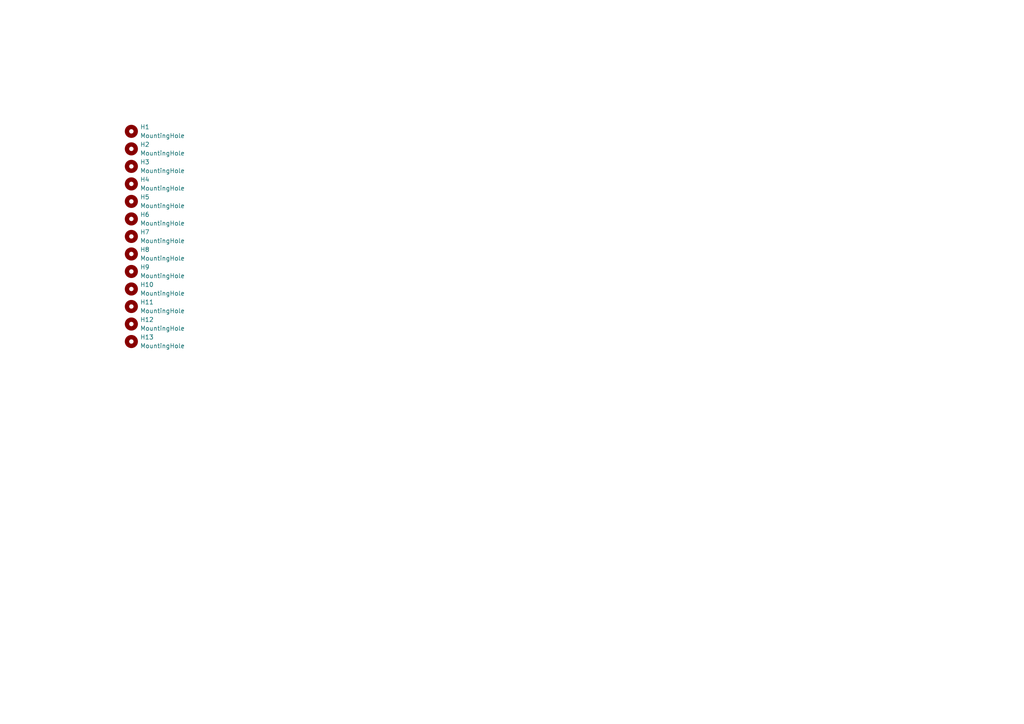
<source format=kicad_sch>
(kicad_sch (version 20231120) (generator "eeschema") (generator_version "8.0")
  (paper "A4")
  (lib_symbols
    (symbol "Mechanical:MountingHole" (pin_names (offset 1.016)) (exclude_from_sim yes) (in_bom no)
      (property "Reference" "H" (at 0 5.08 0))
      (property "Value" "MountingHole" (at 0 3.175 0))
      (symbol "MountingHole_0_1"
        (circle (center 0 0) (radius 1.27) (stroke (width 1.27)))
      )
    )
  )
  (symbol (lib_id "Mechanical:MountingHole") (at 38.1 63.5 0) (unit 1) (exclude_from_sim yes) (in_bom no)
    (property "Reference" "H6" (at 40.64 62.2299 0) (effects (justify left)))
    (property "Value" "MountingHole" (at 40.64 64.7699 0) (effects (justify left)))
    (property "Footprint" "MountingHole:MountingHole_2.7mm_M2.5" (effects (hide yes)))
    (property "Description" "Mounting Hole without connection" (effects (hide yes)))
  )
  (symbol (lib_id "Mechanical:MountingHole") (at 38.1 48.26 0) (unit 1) (exclude_from_sim yes) (in_bom no)
    (property "Reference" "H3" (at 40.64 46.9899 0) (effects (justify left)))
    (property "Value" "MountingHole" (at 40.64 49.5299 0) (effects (justify left)))
    (property "Footprint" "MountingHole:MountingHole_2.7mm_M2.5" (effects (hide yes)))
    (property "Description" "Mounting Hole without connection" (effects (hide yes)))
  )
  (symbol (lib_id "Mechanical:MountingHole") (at 38.1 78.74 0) (unit 1) (exclude_from_sim yes) (in_bom no)
    (property "Reference" "H9" (at 40.64 77.4699 0) (effects (justify left)))
    (property "Value" "MountingHole" (at 40.64 80.0099 0) (effects (justify left)))
    (property "Footprint" "MountingHole:MountingHole_2.7mm_M2.5" (effects (hide yes)))
    (property "Description" "Mounting Hole without connection" (effects (hide yes)))
  )
  (symbol (lib_id "Mechanical:MountingHole") (at 38.1 73.66 0) (unit 1) (exclude_from_sim yes) (in_bom no)
    (property "Reference" "H8" (at 40.64 72.3899 0) (effects (justify left)))
    (property "Value" "MountingHole" (at 40.64 74.9299 0) (effects (justify left)))
    (property "Footprint" "MountingHole:MountingHole_2.7mm_M2.5" (effects (hide yes)))
    (property "Description" "Mounting Hole without connection" (effects (hide yes)))
  )
  (symbol (lib_id "Mechanical:MountingHole") (at 38.1 83.82 0) (unit 1) (exclude_from_sim yes) (in_bom no)
    (property "Reference" "H10" (at 40.64 82.5499 0) (effects (justify left)))
    (property "Value" "MountingHole" (at 40.64 85.0899 0) (effects (justify left)))
    (property "Footprint" "MountingHole:MountingHole_2.7mm_M2.5" (effects (hide yes)))
    (property "Description" "Mounting Hole without connection" (effects (hide yes)))
  )
  (symbol (lib_id "Mechanical:MountingHole") (at 38.1 68.58 0) (unit 1) (exclude_from_sim yes) (in_bom no)
    (property "Reference" "H7" (at 40.64 67.3099 0) (effects (justify left)))
    (property "Value" "MountingHole" (at 40.64 69.8499 0) (effects (justify left)))
    (property "Footprint" "MountingHole:MountingHole_2.7mm_M2.5" (effects (hide yes)))
    (property "Description" "Mounting Hole without connection" (effects (hide yes)))
  )
  (symbol (lib_id "Mechanical:MountingHole") (at 38.1 53.34 0) (unit 1) (exclude_from_sim yes) (in_bom no)
    (property "Reference" "H4" (at 40.64 52.0699 0) (effects (justify left)))
    (property "Value" "MountingHole" (at 40.64 54.6099 0) (effects (justify left)))
    (property "Footprint" "MountingHole:MountingHole_2.7mm_M2.5" (effects (hide yes)))
    (property "Description" "Mounting Hole without connection" (effects (hide yes)))
  )
  (symbol (lib_id "Mechanical:MountingHole") (at 38.1 88.9 0) (unit 1) (exclude_from_sim yes) (in_bom no)
    (property "Reference" "H11" (at 40.64 87.6299 0) (effects (justify left)))
    (property "Value" "MountingHole" (at 40.64 90.1699 0) (effects (justify left)))
    (property "Footprint" "MountingHole:MountingHole_2.7mm_M2.5" (effects (hide yes)))
    (property "Description" "Mounting Hole without connection" (effects (hide yes)))
  )
  (symbol (lib_id "Mechanical:MountingHole") (at 38.1 99.06 0) (unit 1) (exclude_from_sim yes) (in_bom no)
    (property "Reference" "H13" (at 40.64 97.7899 0) (effects (justify left)))
    (property "Value" "MountingHole" (at 40.64 100.3299 0) (effects (justify left)))
    (property "Footprint" "MountingHole:MountingHole_2.7mm_M2.5" (effects (hide yes)))
    (property "Description" "Mounting Hole without connection" (effects (hide yes)))
  )
  (symbol (lib_id "Mechanical:MountingHole") (at 38.1 58.42 0) (unit 1) (exclude_from_sim yes) (in_bom no)
    (property "Reference" "H5" (at 40.64 57.1499 0) (effects (justify left)))
    (property "Value" "MountingHole" (at 40.64 59.6899 0) (effects (justify left)))
    (property "Footprint" "MountingHole:MountingHole_2.7mm_M2.5" (effects (hide yes)))
    (property "Description" "Mounting Hole without connection" (effects (hide yes)))
  )
  (symbol (lib_id "Mechanical:MountingHole") (at 38.1 38.1 0) (unit 1) (exclude_from_sim yes) (in_bom no)
    (property "Reference" "H1" (at 40.64 36.8299 0) (effects (justify left)))
    (property "Value" "MountingHole" (at 40.64 39.3699 0) (effects (justify left)))
    (property "Footprint" "MountingHole:MountingHole_2.7mm_M2.5" (effects (hide yes)))
    (property "Description" "Mounting Hole without connection" (effects (hide yes)))
  )
  (symbol (lib_id "Mechanical:MountingHole") (at 38.1 43.18 0) (unit 1) (exclude_from_sim yes) (in_bom no)
    (property "Reference" "H2" (at 40.64 41.9099 0) (effects (justify left)))
    (property "Value" "MountingHole" (at 40.64 44.4499 0) (effects (justify left)))
    (property "Footprint" "MountingHole:MountingHole_2.7mm_M2.5" (effects (hide yes)))
    (property "Description" "Mounting Hole without connection" (effects (hide yes)))
  )
  (symbol (lib_id "Mechanical:MountingHole") (at 38.1 93.98 0) (unit 1) (exclude_from_sim yes) (in_bom no)
    (property "Reference" "H12" (at 40.64 92.7099 0) (effects (justify left)))
    (property "Value" "MountingHole" (at 40.64 95.2499 0) (effects (justify left)))
    (property "Footprint" "MountingHole:MountingHole_2.7mm_M2.5" (effects (hide yes)))
    (property "Description" "Mounting Hole without connection" (effects (hide yes)))
  )
)
</source>
